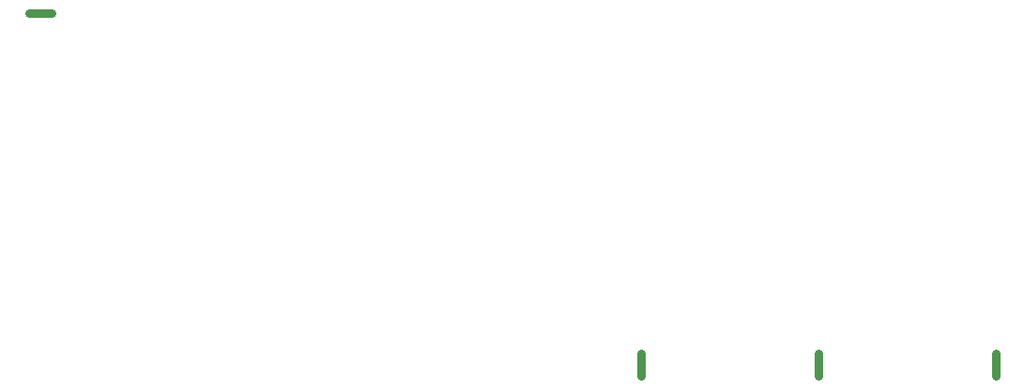
<source format=gbo>
G04 Layer_Color=32896*
%FSLAX24Y24*%
%MOIN*%
G70*
G01*
G75*
%ADD92C,0.0315*%
D92*
X36811Y57955D02*
X37618D01*
X71144Y45059D02*
Y45866D01*
X58561Y45059D02*
Y45866D01*
X64852Y45059D02*
Y45866D01*
M02*

</source>
